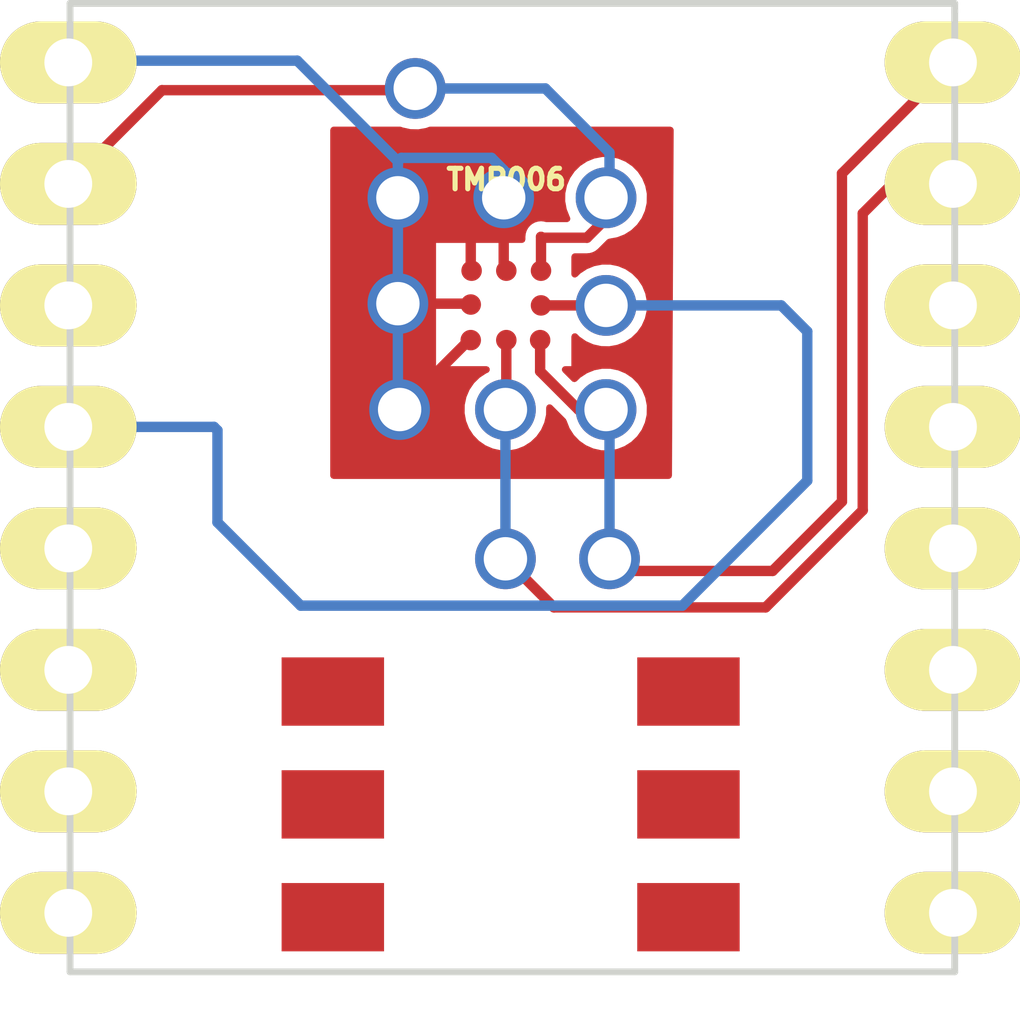
<source format=kicad_pcb>
(kicad_pcb (version 3) (host pcbnew "(2013-07-07 BZR 4022)-stable")

  (general
    (links 12)
    (no_connects 4)
    (area 21.811578 21.2186 38.236 49.9395)
    (thickness 1.6)
    (drawings 5)
    (tracks 74)
    (zones 0)
    (modules 4)
    (nets 8)
  )

  (page A3)
  (layers
    (15 F.Cu signal)
    (0 B.Cu signal)
    (16 B.Adhes user)
    (17 F.Adhes user)
    (18 B.Paste user)
    (19 F.Paste user)
    (20 B.SilkS user)
    (21 F.SilkS user)
    (22 B.Mask user)
    (23 F.Mask user)
    (24 Dwgs.User user)
    (25 Cmts.User user)
    (26 Eco1.User user)
    (27 Eco2.User user)
    (28 Edge.Cuts user)
  )

  (setup
    (last_trace_width 0.152)
    (trace_clearance 0.152)
    (zone_clearance 0.1)
    (zone_45_only yes)
    (trace_min 0.152)
    (segment_width 0.2)
    (edge_width 0.1)
    (via_size 0.889)
    (via_drill 0.635)
    (via_min_size 0.7)
    (via_min_drill 0.33)
    (uvia_size 0.508)
    (uvia_drill 0.127)
    (uvias_allowed no)
    (uvia_min_size 0.508)
    (uvia_min_drill 0.127)
    (pcb_text_width 0.3)
    (pcb_text_size 1.5 1.5)
    (mod_edge_width 0.15)
    (mod_text_size 1 1)
    (mod_text_width 0.15)
    (pad_size 1.5 1.5)
    (pad_drill 0.6)
    (pad_to_mask_clearance 0)
    (aux_axis_origin 0 0)
    (visible_elements 7FFFFFFF)
    (pcbplotparams
      (layerselection 3178497)
      (usegerberextensions true)
      (excludeedgelayer true)
      (linewidth 0.150000)
      (plotframeref false)
      (viasonmask false)
      (mode 1)
      (useauxorigin false)
      (hpglpennumber 1)
      (hpglpenspeed 20)
      (hpglpendiameter 15)
      (hpglpenoverlay 2)
      (psnegative false)
      (psa4output false)
      (plotreference true)
      (plotvalue true)
      (plotothertext true)
      (plotinvisibletext false)
      (padsonsilk false)
      (subtractmaskfromsilk false)
      (outputformat 1)
      (mirror false)
      (drillshape 1)
      (scaleselection 1)
      (outputdirectory ""))
  )

  (net 0 "")
  (net 1 N-000001)
  (net 2 N-000002)
  (net 3 N-000003)
  (net 4 N-000004)
  (net 5 N-000005)
  (net 6 N-000009)
  (net 7 N-000010)

  (net_class Default "Dies ist die voreingestellte Netzklasse."
    (clearance 0.152)
    (trace_width 0.152)
    (via_dia 0.889)
    (via_drill 0.635)
    (uvia_dia 0.508)
    (uvia_drill 0.127)
    (add_net "")
    (add_net N-000001)
    (add_net N-000002)
    (add_net N-000003)
    (add_net N-000004)
    (add_net N-000005)
    (add_net N-000009)
    (add_net N-000010)
  )

  (module WS2812 (layer F.Cu) (tedit 540129C1) (tstamp 54012190)
    (at 30.6705 44.2595)
    (path /53FE966E)
    (fp_text reference U3 (at 0.127 4.953) (layer F.SilkS) hide
      (effects (font (size 1 1) (thickness 0.15)))
    )
    (fp_text value WS2812 (at 0.127 3.683) (layer F.SilkS) hide
      (effects (font (size 1 1) (thickness 0.15)))
    )
    (pad 1 smd rect (at 2.54 1.651) (size 1.5 1)
      (layers F.Cu F.Paste F.Mask)
    )
    (pad 2 smd rect (at 2.54 0) (size 1.5 1)
      (layers F.Cu F.Paste F.Mask)
      (net 3 N-000003)
    )
    (pad 3 smd rect (at 2.54 -1.651) (size 1.5 1)
      (layers F.Cu F.Paste F.Mask)
      (net 2 N-000002)
    )
    (pad 4 smd rect (at -2.667 -1.651) (size 1.5 1)
      (layers F.Cu F.Paste F.Mask)
    )
    (pad 5 smd rect (at -2.667 0) (size 1.5 1)
      (layers F.Cu F.Paste F.Mask)
      (net 2 N-000002)
    )
    (pad 6 smd rect (at -2.667 1.651) (size 1.5 1)
      (layers F.Cu F.Paste F.Mask)
      (net 7 N-000010)
    )
  )

  (module tmp006 (layer F.Cu) (tedit 5403CBD5) (tstamp 5401219C)
    (at 30.5435 36.449)
    (path /53FE8813)
    (fp_text reference U1 (at -0.7747 -14.5034) (layer F.SilkS) hide
      (effects (font (size 1 1) (thickness 0.15)))
    )
    (fp_text value TMP006 (at 0 -1.3335) (layer F.SilkS)
      (effects (font (size 0.3 0.3) (thickness 0.075)))
    )
    (pad 1 smd circle (at -0.508 0) (size 0.3 0.3)
      (layers F.Cu F.Paste F.Mask)
      (net 7 N-000010)
    )
    (pad 2 smd circle (at 0 0) (size 0.3 0.3)
      (layers F.Cu F.Paste F.Mask)
      (net 7 N-000010)
    )
    (pad 3 smd circle (at 0.508 0) (size 0.3 0.3)
      (layers F.Cu F.Paste F.Mask)
      (net 5 N-000005)
    )
    (pad 4 smd circle (at -0.5207 0.4953) (size 0.3 0.3)
      (layers F.Cu F.Paste F.Mask)
      (net 7 N-000010)
    )
    (pad 5 smd circle (at 0.508 0.508) (size 0.3 0.3)
      (layers F.Cu F.Paste F.Mask)
      (net 1 N-000001)
    )
    (pad 6 smd circle (at -0.5207 1.016) (size 0.3 0.3)
      (layers F.Cu F.Paste F.Mask)
      (net 7 N-000010)
    )
    (pad 7 smd circle (at 0 1.016) (size 0.3 0.3)
      (layers F.Cu F.Paste F.Mask)
      (net 4 N-000004)
    )
    (pad 8 smd circle (at 0.4953 1.016) (size 0.3 0.3)
      (layers F.Cu F.Paste F.Mask)
      (net 6 N-000009)
    )
  )

  (module Intercon_vias   locked (layer F.Cu) (tedit 5403CBCA) (tstamp 540121A8)
    (at 30.607 40.132)
    (path /5401151C)
    (fp_text reference U2 (at 0.127 -11.557) (layer F.SilkS) hide
      (effects (font (size 1 1) (thickness 0.15)))
    )
    (fp_text value INTERPAD_VIAS (at 0.0254 -10.4902) (layer F.SilkS) hide
      (effects (font (size 1 1) (thickness 0.15)))
    )
    (pad 1 thru_hole oval (at -6.477 -6.731) (size 2 1.2) (drill 0.7)
      (layers *.Cu *.Mask F.SilkS)
      (net 7 N-000010)
    )
    (pad 2 thru_hole oval (at -6.477 -4.953) (size 2 1.2) (drill 0.7)
      (layers *.Cu *.Mask F.SilkS)
      (net 5 N-000005)
    )
    (pad 3 thru_hole oval (at -6.477 -3.175) (size 2 1.2) (drill 0.7)
      (layers *.Cu *.Mask F.SilkS)
    )
    (pad 4 thru_hole oval (at -6.477 -1.397) (size 2 1.2) (drill 0.7)
      (layers *.Cu *.Mask F.SilkS)
      (net 1 N-000001)
    )
    (pad 5 thru_hole oval (at 6.477 -6.731) (size 2 1.2) (drill 0.7)
      (layers *.Cu *.Mask F.SilkS)
      (net 6 N-000009)
    )
    (pad 6 thru_hole oval (at 6.477 -4.953) (size 2 1.2) (drill 0.7)
      (layers *.Cu *.Mask F.SilkS)
      (net 4 N-000004)
    )
    (pad 7 thru_hole oval (at 6.477 -3.175) (size 2 1.2) (drill 0.7)
      (layers *.Cu *.Mask F.SilkS)
      (net 2 N-000002)
    )
    (pad 8 thru_hole oval (at 6.477 -1.397) (size 2 1.2) (drill 0.7)
      (layers *.Cu *.Mask F.SilkS)
      (net 3 N-000003)
    )
  )

  (module Intercon_vias (layer F.Cu) (tedit 5403CBD1) (tstamp 54014432)
    (at 30.607 47.244)
    (fp_text reference Intercon_vias (at -1.3462 -21.0566) (layer F.SilkS) hide
      (effects (font (size 1 1) (thickness 0.15)))
    )
    (fp_text value VAL** (at -1.3462 -23.0378) (layer F.SilkS) hide
      (effects (font (size 1 1) (thickness 0.15)))
    )
    (pad 1 thru_hole oval (at -6.477 -6.731) (size 2 1.2) (drill 0.7)
      (layers *.Cu *.Mask F.SilkS)
    )
    (pad 2 thru_hole oval (at -6.477 -4.953) (size 2 1.2) (drill 0.7)
      (layers *.Cu *.Mask F.SilkS)
    )
    (pad 3 thru_hole oval (at -6.477 -3.175) (size 2 1.2) (drill 0.7)
      (layers *.Cu *.Mask F.SilkS)
    )
    (pad 4 thru_hole oval (at -6.477 -1.397) (size 2 1.2) (drill 0.7)
      (layers *.Cu *.Mask F.SilkS)
    )
    (pad 5 thru_hole oval (at 6.477 -6.731) (size 2 1.2) (drill 0.7)
      (layers *.Cu *.Mask F.SilkS)
    )
    (pad 6 thru_hole oval (at 6.477 -4.953) (size 2 1.2) (drill 0.7)
      (layers *.Cu *.Mask F.SilkS)
    )
    (pad 7 thru_hole oval (at 6.477 -3.175) (size 2 1.2) (drill 0.7)
      (layers *.Cu *.Mask F.SilkS)
    )
    (pad 8 thru_hole oval (at 6.477 -1.397) (size 2 1.2) (drill 0.7)
      (layers *.Cu *.Mask F.SilkS)
    )
  )

  (gr_line (start 37.1094 32.5374) (end 37.1094 32.6644) (angle 90) (layer Edge.Cuts) (width 0.1))
  (gr_line (start 24.1554 32.5374) (end 37.1094 32.5374) (angle 90) (layer Edge.Cuts) (width 0.1))
  (gr_line (start 24.1554 46.7106) (end 24.1554 32.5374) (angle 90) (layer Edge.Cuts) (width 0.1))
  (gr_line (start 37.1094 46.7106) (end 24.1554 46.7106) (angle 90) (layer Edge.Cuts) (width 0.1))
  (gr_line (start 37.1094 32.639) (end 37.1094 46.7106) (angle 90) (layer Edge.Cuts) (width 0.1))

  (segment (start 31.0515 36.957) (end 32.004 36.957) (width 0.152) (layer F.Cu) (net 1))
  (segment (start 26.2636 38.735) (end 24.13 38.735) (width 0.152) (layer B.Cu) (net 1) (tstamp 5403CEB9))
  (segment (start 26.3144 38.7858) (end 26.2636 38.735) (width 0.152) (layer B.Cu) (net 1) (tstamp 5403CEB8))
  (segment (start 26.3144 40.132) (end 26.3144 38.7858) (width 0.152) (layer B.Cu) (net 1) (tstamp 5403CEB3))
  (segment (start 27.5336 41.3512) (end 26.3144 40.132) (width 0.152) (layer B.Cu) (net 1) (tstamp 5403CEAF))
  (segment (start 33.1216 41.3512) (end 27.5336 41.3512) (width 0.152) (layer B.Cu) (net 1) (tstamp 5403CEAA))
  (segment (start 34.9504 39.5224) (end 33.1216 41.3512) (width 0.152) (layer B.Cu) (net 1) (tstamp 5403CEA7))
  (segment (start 34.9504 37.338) (end 34.9504 39.5224) (width 0.152) (layer B.Cu) (net 1) (tstamp 5403CE9F))
  (segment (start 34.5694 36.957) (end 34.9504 37.338) (width 0.152) (layer B.Cu) (net 1) (tstamp 5403CE94))
  (segment (start 32.004 36.957) (end 34.5694 36.957) (width 0.152) (layer B.Cu) (net 1) (tstamp 5403CE93))
  (via (at 32.004 36.957) (size 0.889) (layers F.Cu B.Cu) (net 1))
  (segment (start 30.5435 37.465) (end 30.5435 38.4683) (width 0.152) (layer F.Cu) (net 4))
  (segment (start 36.195 35.179) (end 37.084 35.179) (width 0.152) (layer F.Cu) (net 4) (tstamp 5403D000))
  (segment (start 35.762402 35.611598) (end 36.195 35.179) (width 0.152) (layer F.Cu) (net 4) (tstamp 5403CFFF))
  (segment (start 35.762402 39.954998) (end 35.762402 35.611598) (width 0.152) (layer F.Cu) (net 4) (tstamp 5403CFFA))
  (segment (start 34.3408 41.3766) (end 35.762402 39.954998) (width 0.152) (layer F.Cu) (net 4) (tstamp 5403CFF1))
  (segment (start 31.242 41.3766) (end 34.3408 41.3766) (width 0.152) (layer F.Cu) (net 4) (tstamp 5403CFEA))
  (segment (start 30.5308 40.6654) (end 31.242 41.3766) (width 0.152) (layer F.Cu) (net 4) (tstamp 5403CFE9))
  (via (at 30.5308 40.6654) (size 0.889) (layers F.Cu B.Cu) (net 4))
  (segment (start 30.5308 38.481) (end 30.5308 40.6654) (width 0.152) (layer B.Cu) (net 4) (tstamp 5403CFDD))
  (via (at 30.5308 38.481) (size 0.889) (layers F.Cu B.Cu) (net 4))
  (segment (start 30.5435 38.4683) (end 30.5308 38.481) (width 0.152) (layer F.Cu) (net 4) (tstamp 5403CFCB))
  (segment (start 31.0515 36.449) (end 31.0515 35.9537) (width 0.152) (layer F.Cu) (net 5))
  (segment (start 25.5016 33.8074) (end 24.13 35.179) (width 0.152) (layer F.Cu) (net 5) (tstamp 5403CCB3))
  (segment (start 29.1846 33.8074) (end 25.5016 33.8074) (width 0.152) (layer F.Cu) (net 5) (tstamp 5403CCB1))
  (segment (start 29.21 33.782) (end 29.1846 33.8074) (width 0.152) (layer F.Cu) (net 5) (tstamp 5403CCB0))
  (via (at 29.21 33.782) (size 0.889) (layers F.Cu B.Cu) (net 5))
  (segment (start 31.115 33.782) (end 29.21 33.782) (width 0.152) (layer B.Cu) (net 5) (tstamp 5403CCA7))
  (segment (start 32.0548 34.7218) (end 31.115 33.782) (width 0.152) (layer B.Cu) (net 5) (tstamp 5403CCA1))
  (segment (start 32.0548 35.3314) (end 32.0548 34.7218) (width 0.152) (layer B.Cu) (net 5) (tstamp 5403CC8A))
  (segment (start 32.004 35.3822) (end 32.0548 35.3314) (width 0.152) (layer B.Cu) (net 5) (tstamp 5403CC89))
  (via (at 32.004 35.3822) (size 0.889) (layers F.Cu B.Cu) (net 5))
  (segment (start 32.004 35.687) (end 32.004 35.3822) (width 0.152) (layer F.Cu) (net 5) (tstamp 5403CC75))
  (segment (start 31.7246 35.9664) (end 32.004 35.687) (width 0.152) (layer F.Cu) (net 5) (tstamp 5403CC6E))
  (segment (start 31.0642 35.9664) (end 31.7246 35.9664) (width 0.152) (layer F.Cu) (net 5) (tstamp 5403CC68))
  (segment (start 31.0515 35.9537) (end 31.0642 35.9664) (width 0.152) (layer F.Cu) (net 5) (tstamp 5403CC5F))
  (segment (start 31.0388 37.465) (end 31.0388 37.9222) (width 0.152) (layer F.Cu) (net 6))
  (segment (start 35.4584 35.0266) (end 37.084 33.401) (width 0.152) (layer F.Cu) (net 6) (tstamp 5403CFA0))
  (segment (start 35.4584 39.8272) (end 35.4584 35.0266) (width 0.152) (layer F.Cu) (net 6) (tstamp 5403CF9E))
  (segment (start 34.4424 40.8432) (end 35.4584 39.8272) (width 0.152) (layer F.Cu) (net 6) (tstamp 5403CF9B))
  (segment (start 32.2326 40.8432) (end 34.4424 40.8432) (width 0.152) (layer F.Cu) (net 6) (tstamp 5403CF98))
  (segment (start 32.0548 40.6654) (end 32.2326 40.8432) (width 0.152) (layer F.Cu) (net 6) (tstamp 5403CF97))
  (via (at 32.0548 40.6654) (size 0.889) (layers F.Cu B.Cu) (net 6))
  (segment (start 32.0548 38.5318) (end 32.0548 40.6654) (width 0.152) (layer B.Cu) (net 6) (tstamp 5403CF25))
  (segment (start 32.004 38.481) (end 32.0548 38.5318) (width 0.152) (layer B.Cu) (net 6) (tstamp 5403CF24))
  (via (at 32.004 38.481) (size 0.889) (layers F.Cu B.Cu) (net 6))
  (segment (start 31.5976 38.481) (end 32.004 38.481) (width 0.152) (layer F.Cu) (net 6) (tstamp 5403CF0E))
  (segment (start 31.0388 37.9222) (end 31.5976 38.481) (width 0.152) (layer F.Cu) (net 6) (tstamp 5403CF0C))
  (segment (start 30.0228 37.465) (end 29.9974 37.465) (width 0.152) (layer F.Cu) (net 7))
  (segment (start 28.956 38.4556) (end 28.956 36.9316) (width 0.152) (layer B.Cu) (net 7) (tstamp 5403D055))
  (segment (start 28.9814 38.481) (end 28.956 38.4556) (width 0.152) (layer B.Cu) (net 7) (tstamp 5403D054))
  (via (at 28.9814 38.481) (size 0.889) (layers F.Cu B.Cu) (net 7))
  (segment (start 29.9974 37.465) (end 28.9814 38.481) (width 0.152) (layer F.Cu) (net 7) (tstamp 5403D02C))
  (segment (start 30.0355 36.449) (end 30.0228 36.4363) (width 0.152) (layer F.Cu) (net 7))
  (via (at 28.956 35.3822) (size 0.889) (layers F.Cu B.Cu) (net 7))
  (segment (start 29.5148 35.941) (end 28.956 35.3822) (width 0.152) (layer F.Cu) (net 7) (tstamp 54014574))
  (segment (start 30.0228 35.941) (end 29.5148 35.941) (width 0.152) (layer F.Cu) (net 7) (tstamp 54014573))
  (segment (start 30.0228 36.4363) (end 30.0228 35.941) (width 0.152) (layer F.Cu) (net 7) (tstamp 54014572))
  (segment (start 30.5435 36.449) (end 30.5054 36.4109) (width 0.152) (layer F.Cu) (net 7))
  (segment (start 29.0068 34.798) (end 28.956 34.8488) (width 0.152) (layer B.Cu) (net 7) (tstamp 5401453D))
  (segment (start 30.3276 34.798) (end 29.0068 34.798) (width 0.152) (layer B.Cu) (net 7) (tstamp 5401453C))
  (segment (start 30.5054 34.9758) (end 30.3276 34.798) (width 0.152) (layer B.Cu) (net 7) (tstamp 5401453B))
  (segment (start 30.5054 35.3822) (end 30.5054 34.9758) (width 0.152) (layer B.Cu) (net 7) (tstamp 5401453A))
  (via (at 30.5054 35.3822) (size 0.889) (layers F.Cu B.Cu) (net 7))
  (segment (start 30.5054 36.4109) (end 30.5054 35.3822) (width 0.152) (layer F.Cu) (net 7) (tstamp 54014537))
  (segment (start 30.0228 36.9443) (end 30.0101 36.9316) (width 0.152) (layer F.Cu) (net 7))
  (segment (start 30.0101 36.9316) (end 28.956 36.9316) (width 0.152) (layer F.Cu) (net 7) (tstamp 54014521))
  (segment (start 24.1554 33.3756) (end 24.13 33.401) (width 0.152) (layer B.Cu) (net 7) (tstamp 54014528))
  (segment (start 27.4828 33.3756) (end 24.1554 33.3756) (width 0.152) (layer B.Cu) (net 7) (tstamp 54014527))
  (segment (start 28.956 34.8488) (end 27.4828 33.3756) (width 0.152) (layer B.Cu) (net 7) (tstamp 54014526))
  (segment (start 28.956 34.8996) (end 28.956 34.8488) (width 0.152) (layer B.Cu) (net 7) (tstamp 54014525))
  (segment (start 28.956 36.9316) (end 28.956 35.3822) (width 0.152) (layer B.Cu) (net 7) (tstamp 54014524))
  (segment (start 28.956 35.3822) (end 28.956 34.8996) (width 0.152) (layer B.Cu) (net 7) (tstamp 54014578))
  (via (at 28.956 36.9316) (size 0.889) (layers F.Cu B.Cu) (net 7))

  (zone (net 7) (net_name N-000010) (layer F.Cu) (tstamp 5403D37F) (hatch full 0.508)
    (connect_pads thru_hole_only (clearance 0.1))
    (min_thickness 0.1)
    (fill (arc_segments 32) (thermal_gap 0.15) (thermal_bridge_width 0.15) (smoothing chamfer))
    (polygon
      (pts
        (xy 32.9946 34.3408) (xy 32.9692 39.497) (xy 27.9654 39.497) (xy 27.9654 34.3408)
      )
    )
    (polygon
      (pts        (xy 31.496 37.846) (xy 31.496 36.0426) (xy 29.5148 36.0426) (xy 29.5148 37.846)
      )
    )
    (filled_polygon
      (pts
        (xy 32.944353 34.3908) (xy 32.919446 39.447) (xy 32.650528 39.447) (xy 32.650528 38.417607) (xy 32.625902 38.293237)
        (xy 32.577587 38.176018) (xy 32.507426 38.070416) (xy 32.418088 37.980453) (xy 32.312979 37.909556) (xy 32.1961 37.860424)
        (xy 32.071905 37.834931) (xy 31.945123 37.834046) (xy 31.820583 37.857803) (xy 31.70303 37.905297) (xy 31.596941 37.97472)
        (xy 31.546 38.024604) (xy 31.540117 38.030365) (xy 31.405751 37.896) (xy 31.546 37.896) (xy 31.546 37.41344)
        (xy 31.582963 37.451717) (xy 31.687073 37.524075) (xy 31.803254 37.574833) (xy 31.927081 37.602058) (xy 32.053839 37.604713)
        (xy 32.178698 37.582697) (xy 32.296903 37.536849) (xy 32.403951 37.468914) (xy 32.495765 37.38148) (xy 32.568848 37.277878)
        (xy 32.620416 37.162054) (xy 32.648505 37.03842) (xy 32.650528 36.893607) (xy 32.625902 36.769237) (xy 32.577587 36.652018)
        (xy 32.507426 36.546416) (xy 32.418088 36.456453) (xy 32.312979 36.385556) (xy 32.1961 36.336424) (xy 32.071905 36.310931)
        (xy 31.945123 36.310046) (xy 31.820583 36.333803) (xy 31.70303 36.381297) (xy 31.596941 36.45072) (xy 31.546 36.500604)
        (xy 31.546 36.2444) (xy 31.7246 36.2444) (xy 31.750209 36.241889) (xy 31.775739 36.239656) (xy 31.77714 36.239248)
        (xy 31.778597 36.239106) (xy 31.803214 36.231673) (xy 31.82784 36.224519) (xy 31.829135 36.223847) (xy 31.830538 36.223424)
        (xy 31.853243 36.211351) (xy 31.87601 36.19955) (xy 31.877151 36.198638) (xy 31.878443 36.197952) (xy 31.898351 36.181714)
        (xy 31.918412 36.165701) (xy 31.920448 36.163693) (xy 31.920488 36.163661) (xy 31.920518 36.163624) (xy 31.921176 36.162976)
        (xy 32.054324 36.029827) (xy 32.178698 36.007897) (xy 32.296903 35.962049) (xy 32.403951 35.894114) (xy 32.495765 35.80668)
        (xy 32.568848 35.703078) (xy 32.620416 35.587254) (xy 32.648505 35.46362) (xy 32.650528 35.318807) (xy 32.625902 35.194437)
        (xy 32.577587 35.077218) (xy 32.507426 34.971616) (xy 32.418088 34.881653) (xy 32.312979 34.810756) (xy 32.1961 34.761624)
        (xy 32.071905 34.736131) (xy 31.945123 34.735246) (xy 31.820583 34.759003) (xy 31.70303 34.806497) (xy 31.596941 34.87592)
        (xy 31.506356 34.964627) (xy 31.434727 35.069239) (xy 31.384781 35.185772) (xy 31.358421 35.309787) (xy 31.35665 35.436559)
        (xy 31.379537 35.561262) (xy 31.42621 35.679144) (xy 31.432175 35.6884) (xy 31.130084 35.6884) (xy 31.1074 35.681378)
        (xy 31.106912 35.681326) (xy 31.106449 35.681185) (xy 31.080013 35.678499) (xy 31.053441 35.675707) (xy 31.052955 35.675751)
        (xy 31.052471 35.675702) (xy 31.026044 35.6782) (xy 30.999408 35.680624) (xy 30.998937 35.680762) (xy 30.998456 35.680808)
        (xy 30.973015 35.688391) (xy 30.947359 35.695943) (xy 30.946927 35.696168) (xy 30.94646 35.696308) (xy 30.922861 35.708749)
        (xy 30.899277 35.72108) (xy 30.898897 35.721384) (xy 30.898467 35.721612) (xy 30.877761 35.738379) (xy 30.856994 35.755077)
        (xy 30.85668 35.75545) (xy 30.856302 35.755757) (xy 30.839328 35.776129) (xy 30.822118 35.796639) (xy 30.82188 35.79707)
        (xy 30.821572 35.797441) (xy 30.808877 35.820723) (xy 30.79598 35.844184) (xy 30.795832 35.844648) (xy 30.795599 35.845077)
        (xy 30.787634 35.870494) (xy 30.779575 35.895901) (xy 30.77952 35.896386) (xy 30.779375 35.896851) (xy 30.776512 35.923204)
        (xy 30.773527 35.949819) (xy 30.77352 35.950747) (xy 30.773516 35.950789) (xy 30.773519 35.950834) (xy 30.7735 35.9537)
        (xy 30.7735 35.9926) (xy 29.4648 35.9926) (xy 29.4648 37.896) (xy 30.252841 37.896) (xy 30.22983 37.905297)
        (xy 30.123741 37.97472) (xy 30.033156 38.063427) (xy 29.961527 38.168039) (xy 29.911581 38.284572) (xy 29.885221 38.408587)
        (xy 29.88345 38.535359) (xy 29.906337 38.660062) (xy 29.95301 38.777944) (xy 30.021691 38.884515) (xy 30.109763 38.975717)
        (xy 30.213873 39.048075) (xy 30.330054 39.098833) (xy 30.453881 39.126058) (xy 30.580639 39.128713) (xy 30.705498 39.106697)
        (xy 30.823703 39.060849) (xy 30.930751 38.992914) (xy 31.022565 38.90548) (xy 31.095648 38.801878) (xy 31.147216 38.686054)
        (xy 31.175305 38.56242) (xy 31.176828 38.453379) (xy 31.378643 38.655194) (xy 31.379537 38.660062) (xy 31.42621 38.777944)
        (xy 31.494891 38.884515) (xy 31.546 38.93744) (xy 31.582963 38.975717) (xy 31.687073 39.048075) (xy 31.803254 39.098833)
        (xy 31.927081 39.126058) (xy 32.053839 39.128713) (xy 32.178698 39.106697) (xy 32.296903 39.060849) (xy 32.403951 38.992914)
        (xy 32.495765 38.90548) (xy 32.568848 38.801878) (xy 32.620416 38.686054) (xy 32.648505 38.56242) (xy 32.650528 38.417607)
        (xy 32.650528 39.447) (xy 31.546 39.447) (xy 31.496 39.447) (xy 28.0154 39.447) (xy 28.0154 34.3908)
        (xy 28.988578 34.3908) (xy 29.009254 34.399833) (xy 29.133081 34.427058) (xy 29.259839 34.429713) (xy 29.384698 34.407697)
        (xy 29.428261 34.3908) (xy 32.944353 34.3908)
      )
    )
  )
)

</source>
